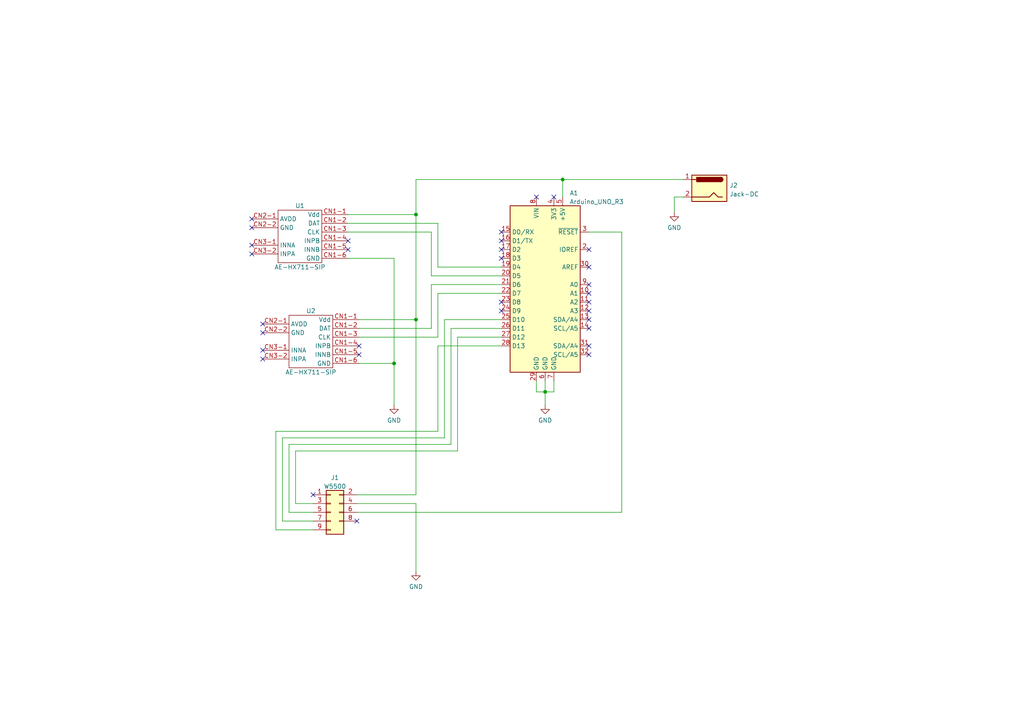
<source format=kicad_sch>
(kicad_sch (version 20211123) (generator eeschema)
  (paper "A4")
  (title_block (title "Weight Sensor with Dual HX711") (date "2022-10-16") (rev "1.00") (company "HOLLY&Co.,Ltd."))
  (lib_symbols
    (symbol "AE-HX711-SIP_1"
      (property "Reference" "U" (at 0 0 0))
      (property "Value" "AE-HX711-SIP_1" (at 0 2.54 0))
      (symbol "AE-HX711-SIP_1_0_1"
        (rectangle (start -6.35 -1.27) (end 6.35 -16.51) (stroke (width 0.1524)))
      )
      (symbol "AE-HX711-SIP_1_1_1"
        (pin power_in line (at -13.97 -2.54 0) (length 7.62) (name "Vdd") (number "CN1-1"))
        (pin output line (at -13.97 -5.08 0) (length 7.62) (name "DAT") (number "CN1-2"))
        (pin input line (at -13.97 -7.62 0) (length 7.62) (name "CLK") (number "CN1-3"))
        (pin input line (at -13.97 -10.16 0) (length 7.62) (name "INPB") (number "CN1-4"))
        (pin input line (at -13.97 -12.7 0) (length 7.62) (name "INNB") (number "CN1-5"))
        (pin bidirectional line (at -13.97 -15.24 0) (length 7.62) (name "GND") (number "CN1-6"))
        (pin output line (at 13.97 -3.81 180) (length 7.62) (name "AVDD") (number "CN2-1"))
        (pin bidirectional line (at 13.97 -6.35 180) (length 7.62) (name "GND") (number "CN2-2"))
        (pin input line (at 13.97 -11.43 180) (length 7.62) (name "INNA") (number "CN3-1"))
        (pin input line (at 13.97 -13.97 180) (length 7.62) (name "INPA") (number "CN3-2"))
      )
    )
    (symbol "Connector:Jack-DC" (pin_names (offset 1.016))
      (property "Reference" "J" (at 0 5.334 0))
      (property "Value" "Jack-DC" (at 0 -5.08 0))
      (symbol "Jack-DC_0_1"
        (rectangle (start -5.08 3.81) (end 5.08 -3.81) (stroke (width 0.254)) (fill (type background)))
        (arc (start -3.302 3.175) (mid -3.937 2.54) (end -3.302 1.905) (stroke (width 0.254)))
        (arc (start -3.302 3.175) (mid -3.937 2.54) (end -3.302 1.905) (stroke (width 0.254)) (fill (type outline)))
        (polyline (pts (xy 5.08 2.54) (xy 3.81 2.54)) (stroke (width 0.254)))
        (polyline (pts (xy -3.81 -2.54) (xy -2.54 -2.54) (xy -1.27 -1.27) (xy 0 -2.54) (xy 2.54 -2.54) (xy 5.08 -2.54)) (stroke (width 0.254)))
        (rectangle (start 3.683 3.175) (end -3.302 1.905) (stroke (width 0.254)) (fill (type outline)))
      )
      (symbol "Jack-DC_1_1"
        (pin passive line (at 7.62 2.54 180) (length 2.54) (name "~") (number "1"))
        (pin passive line (at 7.62 -2.54 180) (length 2.54) (name "~") (number "2"))
      )
    )
    (symbol "Connector_Generic:Conn_2Rows-09Pins" (pin_names (offset 1.016) hide)
      (property "Reference" "J" (at 1.27 7.62 0))
      (property "Value" "Conn_2Rows-09Pins" (at 1.27 -7.62 0))
      (symbol "Conn_2Rows-09Pins_1_1"
        (rectangle (start -1.27 -4.953) (end 0 -5.207) (stroke (width 0.1524)))
        (rectangle (start -1.27 -2.413) (end 0 -2.667) (stroke (width 0.1524)))
        (rectangle (start -1.27 0.127) (end 0 -0.127) (stroke (width 0.1524)))
        (rectangle (start -1.27 2.667) (end 0 2.413) (stroke (width 0.1524)))
        (rectangle (start -1.27 5.207) (end 0 4.953) (stroke (width 0.1524)))
        (rectangle (start -1.27 6.35) (end 3.81 -6.35) (stroke (width 0.254)) (fill (type background)))
        (rectangle (start 3.81 -2.413) (end 2.54 -2.667) (stroke (width 0.1524)))
        (rectangle (start 3.81 0.127) (end 2.54 -0.127) (stroke (width 0.1524)))
        (rectangle (start 3.81 2.667) (end 2.54 2.413) (stroke (width 0.1524)))
        (rectangle (start 3.81 5.207) (end 2.54 4.953) (stroke (width 0.1524)))
        (pin passive line (at -5.08 5.08 0) (length 3.81) (name "Pin_1") (number "1"))
        (pin passive line (at 7.62 5.08 180) (length 3.81) (name "Pin_2") (number "2"))
        (pin passive line (at -5.08 2.54 0) (length 3.81) (name "Pin_3") (number "3"))
        (pin passive line (at 7.62 2.54 180) (length 3.81) (name "Pin_4") (number "4"))
        (pin passive line (at -5.08 0 0) (length 3.81) (name "Pin_5") (number "5"))
        (pin passive line (at 7.62 0 180) (length 3.81) (name "Pin_6") (number "6"))
        (pin passive line (at -5.08 -2.54 0) (length 3.81) (name "Pin_7") (number "7"))
        (pin passive line (at 7.62 -2.54 180) (length 3.81) (name "Pin_8") (number "8"))
        (pin passive line (at -5.08 -5.08 0) (length 3.81) (name "Pin_9") (number "9"))
      )
    )
    (symbol "MCU_Module:Arduino_UNO_R3"
      (property "Reference" "A" (at -10.16 23.495 0))
      (property "Value" "Arduino_UNO_R3" (at 5.08 -26.67 0))
      (symbol "Arduino_UNO_R3_0_1"
        (rectangle (start -10.16 22.86) (end 10.16 -25.4) (stroke (width 0.254)) (fill (type background)))
      )
      (symbol "Arduino_UNO_R3_1_1"
        (pin no_connect line (at -10.16 -20.32 0) (length 2.54) hide (name "NC") (number "1"))
        (pin bidirectional line (at 12.7 -2.54 180) (length 2.54) (name "A1") (number "10"))
        (pin bidirectional line (at 12.7 -5.08 180) (length 2.54) (name "A2") (number "11"))
        (pin bidirectional line (at 12.7 -7.62 180) (length 2.54) (name "A3") (number "12"))
        (pin bidirectional line (at 12.7 -10.16 180) (length 2.54) (name "SDA/A4") (number "13"))
        (pin bidirectional line (at 12.7 -12.7 180) (length 2.54) (name "SCL/A5") (number "14"))
        (pin bidirectional line (at -12.7 15.24 0) (length 2.54) (name "D0/RX") (number "15"))
        (pin bidirectional line (at -12.7 12.7 0) (length 2.54) (name "D1/TX") (number "16"))
        (pin bidirectional line (at -12.7 10.16 0) (length 2.54) (name "D2") (number "17"))
        (pin bidirectional line (at -12.7 7.62 0) (length 2.54) (name "D3") (number "18"))
        (pin bidirectional line (at -12.7 5.08 0) (length 2.54) (name "D4") (number "19"))
        (pin output line (at 12.7 10.16 180) (length 2.54) (name "IOREF") (number "2"))
        (pin bidirectional line (at -12.7 2.54 0) (length 2.54) (name "D5") (number "20"))
        (pin bidirectional line (at -12.7 0 0) (length 2.54) (name "D6") (number "21"))
        (pin bidirectional line (at -12.7 -2.54 0) (length 2.54) (name "D7") (number "22"))
        (pin bidirectional line (at -12.7 -5.08 0) (length 2.54) (name "D8") (number "23"))
        (pin bidirectional line (at -12.7 -7.62 0) (length 2.54) (name "D9") (number "24"))
        (pin bidirectional line (at -12.7 -10.16 0) (length 2.54) (name "D10") (number "25"))
        (pin bidirectional line (at -12.7 -12.7 0) (length 2.54) (name "D11") (number "26"))
        (pin bidirectional line (at -12.7 -15.24 0) (length 2.54) (name "D12") (number "27"))
        (pin bidirectional line (at -12.7 -17.78 0) (length 2.54) (name "D13") (number "28"))
        (pin power_in line (at -2.54 -27.94 90) (length 2.54) (name "GND") (number "29"))
        (pin input line (at 12.7 15.24 180) (length 2.54) (name "~{RESET}") (number "3"))
        (pin input line (at 12.7 5.08 180) (length 2.54) (name "AREF") (number "30"))
        (pin bidirectional line (at 12.7 -17.78 180) (length 2.54) (name "SDA/A4") (number "31"))
        (pin bidirectional line (at 12.7 -20.32 180) (length 2.54) (name "SCL/A5") (number "32"))
        (pin power_out line (at 2.54 25.4 270) (length 2.54) (name "3V3") (number "4"))
        (pin power_out line (at 5.08 25.4 270) (length 2.54) (name "+5V") (number "5"))
        (pin power_in line (at 0 -27.94 90) (length 2.54) (name "GND") (number "6"))
        (pin power_in line (at 2.54 -27.94 90) (length 2.54) (name "GND") (number "7"))
        (pin power_in line (at -2.54 25.4 270) (length 2.54) (name "VIN") (number "8"))
        (pin bidirectional line (at 12.7 0 180) (length 2.54) (name "A0") (number "9"))
      )
    )
    (symbol "holly:AE-HX711-SIP"
      (property "Reference" "U" (at 0 0 0))
      (property "Value" "AE-HX711-SIP" (at 0 2.54 0))
      (symbol "AE-HX711-SIP_0_1"
        (rectangle (start -6.35 -1.27) (end 6.35 -16.51) (stroke (width 0.1524)))
      )
      (symbol "AE-HX711-SIP_1_1"
        (pin power_in line (at -13.97 -2.54 0) (length 7.62) (name "Vdd") (number "CN1-1"))
        (pin output line (at -13.97 -5.08 0) (length 7.62) (name "DAT") (number "CN1-2"))
        (pin input line (at -13.97 -7.62 0) (length 7.62) (name "CLK") (number "CN1-3"))
        (pin input line (at -13.97 -10.16 0) (length 7.62) (name "INPB") (number "CN1-4"))
        (pin input line (at -13.97 -12.7 0) (length 7.62) (name "INNB") (number "CN1-5"))
        (pin bidirectional line (at -13.97 -15.24 0) (length 7.62) (name "GND") (number "CN1-6"))
        (pin output line (at 13.97 -3.81 180) (length 7.62) (name "AVDD") (number "CN2-1"))
        (pin bidirectional line (at 13.97 -6.35 180) (length 7.62) (name "GND") (number "CN2-2"))
        (pin input line (at 13.97 -11.43 180) (length 7.62) (name "INNA") (number "CN3-1"))
        (pin input line (at 13.97 -13.97 180) (length 7.62) (name "INPA") (number "CN3-2"))
      )
    )
    (symbol "power:GND" (power) (pin_names (offset 0))
      (property "Value" "GND" (at 0 -3.81 0))
      (symbol "GND_0_1"
        (polyline (pts (xy 0 0) (xy 0 -1.27) (xy 1.27 -1.27) (xy 0 -2.54) (xy -1.27 -1.27) (xy 0 -1.27)))
      )
      (symbol "GND_1_1"
        (pin power_in line (at 0 0 270) (length 0) hide (name "GND") (number "1"))
      )
    )
  )
  (junction (at 163.195 52.07))
  (junction (at 120.65 62.23))
  (junction (at 158.115 113.665))
  (junction (at 120.65 92.71))
  (junction (at 114.3 105.41))
  (no_connect (at 145.415 67.31))
  (no_connect (at 155.575 57.15))
  (no_connect (at 160.655 57.15))
  (no_connect (at 145.415 72.39))
  (no_connect (at 145.415 74.93))
  (no_connect (at 145.415 69.85))
  (no_connect (at 100.965 69.85))
  (no_connect (at 100.965 72.39))
  (no_connect (at 73.025 73.66))
  (no_connect (at 73.025 63.5))
  (no_connect (at 73.025 66.04))
  (no_connect (at 73.025 71.12))
  (no_connect (at 76.2 104.14))
  (no_connect (at 76.2 93.98))
  (no_connect (at 76.2 96.52))
  (no_connect (at 76.2 101.6))
  (no_connect (at 104.14 100.33))
  (no_connect (at 104.14 102.87))
  (no_connect (at 103.505 151.13))
  (no_connect (at 90.805 143.51))
  (no_connect (at 145.415 87.63))
  (no_connect (at 145.415 90.17))
  (no_connect (at 170.815 102.87))
  (no_connect (at 170.815 100.33))
  (no_connect (at 170.815 95.25))
  (no_connect (at 170.815 85.09))
  (no_connect (at 170.815 87.63))
  (no_connect (at 170.815 90.17))
  (no_connect (at 170.815 92.71))
  (no_connect (at 170.815 82.55))
  (no_connect (at 170.815 77.47))
  (no_connect (at 170.815 72.39))
  (wire (pts (xy 145.415 80.01) (xy 125.095 80.01)))
  (wire (pts (xy 155.575 110.49) (xy 155.575 113.665)))
  (wire (pts (xy 103.505 146.05) (xy 120.65 146.05)))
  (wire (pts (xy 163.195 52.07) (xy 198.12 52.07)))
  (wire (pts (xy 120.65 146.05) (xy 120.65 165.735)))
  (wire (pts (xy 120.65 92.71) (xy 104.14 92.71)))
  (wire (pts (xy 145.415 77.47) (xy 127 77.47)))
  (wire (pts (xy 120.65 62.23) (xy 120.65 92.71)))
  (wire (pts (xy 128.905 92.71) (xy 128.905 127)))
  (wire (pts (xy 132.715 97.79) (xy 132.715 130.81)))
  (wire (pts (xy 130.81 95.25) (xy 130.81 128.905)))
  (wire (pts (xy 145.415 100.33) (xy 127 100.33)))
  (wire (pts (xy 104.14 105.41) (xy 114.3 105.41)))
  (wire (pts (xy 145.415 92.71) (xy 128.905 92.71)))
  (wire (pts (xy 100.965 74.93) (xy 114.3 74.93)))
  (wire (pts (xy 158.115 113.665) (xy 160.655 113.665)))
  (wire (pts (xy 100.965 62.23) (xy 120.65 62.23)))
  (wire (pts (xy 125.095 82.55) (xy 125.095 95.25)))
  (wire (pts (xy 120.65 143.51) (xy 103.505 143.51)))
  (wire (pts (xy 127 97.79) (xy 104.14 97.79)))
  (wire (pts (xy 160.655 113.665) (xy 160.655 110.49)))
  (wire (pts (xy 80.01 153.67) (xy 90.805 153.67)))
  (wire (pts (xy 81.915 151.13) (xy 90.805 151.13)))
  (wire (pts (xy 127 125.095) (xy 80.01 125.095)))
  (wire (pts (xy 125.095 67.31) (xy 100.965 67.31)))
  (wire (pts (xy 81.915 127) (xy 81.915 151.13)))
  (wire (pts (xy 163.195 52.07) (xy 163.195 57.15)))
  (wire (pts (xy 145.415 95.25) (xy 130.81 95.25)))
  (wire (pts (xy 163.195 52.07) (xy 120.65 52.07)))
  (wire (pts (xy 132.715 130.81) (xy 85.725 130.81)))
  (wire (pts (xy 145.415 82.55) (xy 125.095 82.55)))
  (wire (pts (xy 130.81 128.905) (xy 83.82 128.905)))
  (wire (pts (xy 127 77.47) (xy 127 64.77)))
  (wire (pts (xy 127 64.77) (xy 100.965 64.77)))
  (wire (pts (xy 120.65 92.71) (xy 120.65 143.51)))
  (wire (pts (xy 83.82 148.59) (xy 90.805 148.59)))
  (wire (pts (xy 114.3 105.41) (xy 114.3 117.475)))
  (wire (pts (xy 125.095 95.25) (xy 104.14 95.25)))
  (wire (pts (xy 83.82 128.905) (xy 83.82 148.59)))
  (wire (pts (xy 145.415 85.09) (xy 127 85.09)))
  (wire (pts (xy 127 100.33) (xy 127 125.095)))
  (wire (pts (xy 85.725 146.05) (xy 90.805 146.05)))
  (wire (pts (xy 155.575 113.665) (xy 158.115 113.665)))
  (wire (pts (xy 120.65 52.07) (xy 120.65 62.23)))
  (wire (pts (xy 103.505 148.59) (xy 180.34 148.59)))
  (wire (pts (xy 198.12 57.15) (xy 195.58 57.15)))
  (wire (pts (xy 158.115 113.665) (xy 158.115 117.475)))
  (wire (pts (xy 145.415 97.79) (xy 132.715 97.79)))
  (wire (pts (xy 80.01 125.095) (xy 80.01 153.67)))
  (wire (pts (xy 180.34 67.31) (xy 170.815 67.31)))
  (wire (pts (xy 195.58 57.15) (xy 195.58 61.595)))
  (wire (pts (xy 125.095 80.01) (xy 125.095 67.31)))
  (wire (pts (xy 158.115 110.49) (xy 158.115 113.665)))
  (wire (pts (xy 127 85.09) (xy 127 97.79)))
  (wire (pts (xy 85.725 130.81) (xy 85.725 146.05)))
  (wire (pts (xy 114.3 74.93) (xy 114.3 105.41)))
  (wire (pts (xy 180.34 148.59) (xy 180.34 67.31)))
  (wire (pts (xy 128.905 127) (xy 81.915 127)))
  (symbol (lib_id "power:GND") (at 195.58 61.595 0) (unit 1)
    (property "Reference" "#PWR?" (effects hide))
    (property "Value" "GND" (at 195.58 66.0384 0))
  )
  (symbol (lib_id "MCU_Module:Arduino_UNO_R3") (at 158.115 82.55 0) (unit 1)
    (property "Reference" "A1" (at 165.2144 55.9902 0) (effects (justify left)))
    (property "Value" "Arduino_UNO_R3" (at 165.2144 58.5271 0) (effects (justify left)))
    (property "Footprint" "Module:Arduino_UNO_R3" (effects hide))
    (property "Datasheet" "https://www.arduino.cc/en/Main/arduinoBoardUno" (effects hide))
  )
  (symbol (lib_name "AE-HX711-SIP_1") (lib_id "holly:AE-HX711-SIP") (at 90.17 90.17 0) (mirror y) (unit 1)
    (property "Reference" "U2" (at 90.17 90.17 0))
    (property "Value" "AE-HX711-SIP" (at 90.17 107.95 0))
  )
  (symbol (lib_id "Connector:Jack-DC") (at 205.74 54.61 0) (mirror y) (unit 1)
    (property "Reference" "J2" (at 211.582 53.7753 0) (effects (justify right)))
    (property "Value" "Jack-DC" (at 211.582 56.3122 0) (effects (justify right)))
  )
  (symbol (lib_id "Connector_Generic:Conn_2Rows-09Pins") (at 95.885 148.59 0) (unit 1)
    (property "Reference" "J1" (at 97.155 138.5402 0))
    (property "Value" "W5500" (at 97.155 141.0771 0))
  )
  (symbol (lib_id "power:GND") (at 114.3 117.475 0) (unit 1)
    (property "Reference" "#PWR?" (effects hide))
    (property "Value" "GND" (at 114.3 121.9184 0))
  )
  (symbol (lib_id "power:GND") (at 158.115 117.475 0) (unit 1)
    (property "Reference" "#PWR?" (effects hide))
    (property "Value" "GND" (at 158.115 121.9184 0))
  )
  (symbol (lib_id "power:GND") (at 120.65 165.735 0) (unit 1)
    (property "Reference" "#PWR?" (effects hide))
    (property "Value" "GND" (at 120.65 170.1784 0))
  )
  (symbol (lib_id "holly:AE-HX711-SIP") (at 86.995 59.69 0) (mirror y) (unit 1)
    (property "Reference" "U1" (at 86.995 59.69 0))
    (property "Value" "AE-HX711-SIP" (at 86.995 77.47 0))
  )
)
</source>
